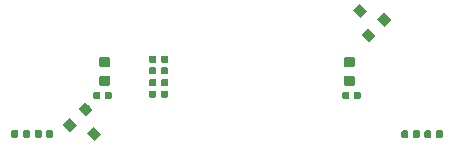
<source format=gbr>
G04 #@! TF.GenerationSoftware,KiCad,Pcbnew,(5.1.4)-1*
G04 #@! TF.CreationDate,2019-12-23T12:12:04-10:00*
G04 #@! TF.ProjectId,SkateLightLEDBoard,536b6174-654c-4696-9768-744c4544426f,rev?*
G04 #@! TF.SameCoordinates,Original*
G04 #@! TF.FileFunction,Paste,Top*
G04 #@! TF.FilePolarity,Positive*
%FSLAX46Y46*%
G04 Gerber Fmt 4.6, Leading zero omitted, Abs format (unit mm)*
G04 Created by KiCad (PCBNEW (5.1.4)-1) date 2019-12-23 12:12:04*
%MOMM*%
%LPD*%
G04 APERTURE LIST*
%ADD10C,0.800000*%
%ADD11C,0.100000*%
%ADD12C,0.590000*%
%ADD13C,0.875000*%
G04 APERTURE END LIST*
D10*
X-11230893Y-5279107D03*
D11*
G36*
X-11831934Y-5243752D02*
G01*
X-11266248Y-4678066D01*
X-10629852Y-5314462D01*
X-11195538Y-5880148D01*
X-11831934Y-5243752D01*
X-11831934Y-5243752D01*
G37*
D10*
X-13316858Y-4536645D03*
D11*
G36*
X-13917899Y-4501290D02*
G01*
X-13352213Y-3935604D01*
X-12715817Y-4572000D01*
X-13281503Y-5137686D01*
X-13917899Y-4501290D01*
X-13917899Y-4501290D01*
G37*
D10*
X-11973355Y-3193142D03*
D11*
G36*
X-12574396Y-3157787D02*
G01*
X-12008710Y-2592101D01*
X-11372314Y-3228497D01*
X-11938000Y-3794183D01*
X-12574396Y-3157787D01*
X-12574396Y-3157787D01*
G37*
D10*
X11230893Y5152107D03*
D11*
G36*
X11831934Y5116752D02*
G01*
X11266248Y4551066D01*
X10629852Y5187462D01*
X11195538Y5753148D01*
X11831934Y5116752D01*
X11831934Y5116752D01*
G37*
D10*
X13316858Y4409645D03*
D11*
G36*
X13917899Y4374290D02*
G01*
X13352213Y3808604D01*
X12715817Y4445000D01*
X13281503Y5010686D01*
X13917899Y4374290D01*
X13917899Y4374290D01*
G37*
D10*
X11973355Y3066142D03*
D11*
G36*
X12574396Y3030787D02*
G01*
X12008710Y2465101D01*
X11372314Y3101497D01*
X11938000Y3667183D01*
X12574396Y3030787D01*
X12574396Y3030787D01*
G37*
G36*
X-15829742Y-4966450D02*
G01*
X-15815424Y-4968574D01*
X-15801383Y-4972091D01*
X-15787754Y-4976968D01*
X-15774669Y-4983157D01*
X-15762253Y-4990598D01*
X-15750627Y-4999221D01*
X-15739902Y-5008942D01*
X-15730181Y-5019667D01*
X-15721558Y-5031293D01*
X-15714117Y-5043709D01*
X-15707928Y-5056794D01*
X-15703051Y-5070423D01*
X-15699534Y-5084464D01*
X-15697410Y-5098782D01*
X-15696700Y-5113240D01*
X-15696700Y-5458240D01*
X-15697410Y-5472698D01*
X-15699534Y-5487016D01*
X-15703051Y-5501057D01*
X-15707928Y-5514686D01*
X-15714117Y-5527771D01*
X-15721558Y-5540187D01*
X-15730181Y-5551813D01*
X-15739902Y-5562538D01*
X-15750627Y-5572259D01*
X-15762253Y-5580882D01*
X-15774669Y-5588323D01*
X-15787754Y-5594512D01*
X-15801383Y-5599389D01*
X-15815424Y-5602906D01*
X-15829742Y-5605030D01*
X-15844200Y-5605740D01*
X-16139200Y-5605740D01*
X-16153658Y-5605030D01*
X-16167976Y-5602906D01*
X-16182017Y-5599389D01*
X-16195646Y-5594512D01*
X-16208731Y-5588323D01*
X-16221147Y-5580882D01*
X-16232773Y-5572259D01*
X-16243498Y-5562538D01*
X-16253219Y-5551813D01*
X-16261842Y-5540187D01*
X-16269283Y-5527771D01*
X-16275472Y-5514686D01*
X-16280349Y-5501057D01*
X-16283866Y-5487016D01*
X-16285990Y-5472698D01*
X-16286700Y-5458240D01*
X-16286700Y-5113240D01*
X-16285990Y-5098782D01*
X-16283866Y-5084464D01*
X-16280349Y-5070423D01*
X-16275472Y-5056794D01*
X-16269283Y-5043709D01*
X-16261842Y-5031293D01*
X-16253219Y-5019667D01*
X-16243498Y-5008942D01*
X-16232773Y-4999221D01*
X-16221147Y-4990598D01*
X-16208731Y-4983157D01*
X-16195646Y-4976968D01*
X-16182017Y-4972091D01*
X-16167976Y-4968574D01*
X-16153658Y-4966450D01*
X-16139200Y-4965740D01*
X-15844200Y-4965740D01*
X-15829742Y-4966450D01*
X-15829742Y-4966450D01*
G37*
D12*
X-15991700Y-5285740D03*
D11*
G36*
X-14859742Y-4966450D02*
G01*
X-14845424Y-4968574D01*
X-14831383Y-4972091D01*
X-14817754Y-4976968D01*
X-14804669Y-4983157D01*
X-14792253Y-4990598D01*
X-14780627Y-4999221D01*
X-14769902Y-5008942D01*
X-14760181Y-5019667D01*
X-14751558Y-5031293D01*
X-14744117Y-5043709D01*
X-14737928Y-5056794D01*
X-14733051Y-5070423D01*
X-14729534Y-5084464D01*
X-14727410Y-5098782D01*
X-14726700Y-5113240D01*
X-14726700Y-5458240D01*
X-14727410Y-5472698D01*
X-14729534Y-5487016D01*
X-14733051Y-5501057D01*
X-14737928Y-5514686D01*
X-14744117Y-5527771D01*
X-14751558Y-5540187D01*
X-14760181Y-5551813D01*
X-14769902Y-5562538D01*
X-14780627Y-5572259D01*
X-14792253Y-5580882D01*
X-14804669Y-5588323D01*
X-14817754Y-5594512D01*
X-14831383Y-5599389D01*
X-14845424Y-5602906D01*
X-14859742Y-5605030D01*
X-14874200Y-5605740D01*
X-15169200Y-5605740D01*
X-15183658Y-5605030D01*
X-15197976Y-5602906D01*
X-15212017Y-5599389D01*
X-15225646Y-5594512D01*
X-15238731Y-5588323D01*
X-15251147Y-5580882D01*
X-15262773Y-5572259D01*
X-15273498Y-5562538D01*
X-15283219Y-5551813D01*
X-15291842Y-5540187D01*
X-15299283Y-5527771D01*
X-15305472Y-5514686D01*
X-15310349Y-5501057D01*
X-15313866Y-5487016D01*
X-15315990Y-5472698D01*
X-15316700Y-5458240D01*
X-15316700Y-5113240D01*
X-15315990Y-5098782D01*
X-15313866Y-5084464D01*
X-15310349Y-5070423D01*
X-15305472Y-5056794D01*
X-15299283Y-5043709D01*
X-15291842Y-5031293D01*
X-15283219Y-5019667D01*
X-15273498Y-5008942D01*
X-15262773Y-4999221D01*
X-15251147Y-4990598D01*
X-15238731Y-4983157D01*
X-15225646Y-4976968D01*
X-15212017Y-4972091D01*
X-15197976Y-4968574D01*
X-15183658Y-4966450D01*
X-15169200Y-4965740D01*
X-14874200Y-4965740D01*
X-14859742Y-4966450D01*
X-14859742Y-4966450D01*
G37*
D12*
X-15021700Y-5285740D03*
D11*
G36*
X-5093702Y352850D02*
G01*
X-5079384Y350726D01*
X-5065343Y347209D01*
X-5051714Y342332D01*
X-5038629Y336143D01*
X-5026213Y328702D01*
X-5014587Y320079D01*
X-5003862Y310358D01*
X-4994141Y299633D01*
X-4985518Y288007D01*
X-4978077Y275591D01*
X-4971888Y262506D01*
X-4967011Y248877D01*
X-4963494Y234836D01*
X-4961370Y220518D01*
X-4960660Y206060D01*
X-4960660Y-88940D01*
X-4961370Y-103398D01*
X-4963494Y-117716D01*
X-4967011Y-131757D01*
X-4971888Y-145386D01*
X-4978077Y-158471D01*
X-4985518Y-170887D01*
X-4994141Y-182513D01*
X-5003862Y-193238D01*
X-5014587Y-202959D01*
X-5026213Y-211582D01*
X-5038629Y-219023D01*
X-5051714Y-225212D01*
X-5065343Y-230089D01*
X-5079384Y-233606D01*
X-5093702Y-235730D01*
X-5108160Y-236440D01*
X-5453160Y-236440D01*
X-5467618Y-235730D01*
X-5481936Y-233606D01*
X-5495977Y-230089D01*
X-5509606Y-225212D01*
X-5522691Y-219023D01*
X-5535107Y-211582D01*
X-5546733Y-202959D01*
X-5557458Y-193238D01*
X-5567179Y-182513D01*
X-5575802Y-170887D01*
X-5583243Y-158471D01*
X-5589432Y-145386D01*
X-5594309Y-131757D01*
X-5597826Y-117716D01*
X-5599950Y-103398D01*
X-5600660Y-88940D01*
X-5600660Y206060D01*
X-5599950Y220518D01*
X-5597826Y234836D01*
X-5594309Y248877D01*
X-5589432Y262506D01*
X-5583243Y275591D01*
X-5575802Y288007D01*
X-5567179Y299633D01*
X-5557458Y310358D01*
X-5546733Y320079D01*
X-5535107Y328702D01*
X-5522691Y336143D01*
X-5509606Y342332D01*
X-5495977Y347209D01*
X-5481936Y350726D01*
X-5467618Y352850D01*
X-5453160Y353560D01*
X-5108160Y353560D01*
X-5093702Y352850D01*
X-5093702Y352850D01*
G37*
D12*
X-5280660Y58560D03*
D11*
G36*
X-5093702Y1322850D02*
G01*
X-5079384Y1320726D01*
X-5065343Y1317209D01*
X-5051714Y1312332D01*
X-5038629Y1306143D01*
X-5026213Y1298702D01*
X-5014587Y1290079D01*
X-5003862Y1280358D01*
X-4994141Y1269633D01*
X-4985518Y1258007D01*
X-4978077Y1245591D01*
X-4971888Y1232506D01*
X-4967011Y1218877D01*
X-4963494Y1204836D01*
X-4961370Y1190518D01*
X-4960660Y1176060D01*
X-4960660Y881060D01*
X-4961370Y866602D01*
X-4963494Y852284D01*
X-4967011Y838243D01*
X-4971888Y824614D01*
X-4978077Y811529D01*
X-4985518Y799113D01*
X-4994141Y787487D01*
X-5003862Y776762D01*
X-5014587Y767041D01*
X-5026213Y758418D01*
X-5038629Y750977D01*
X-5051714Y744788D01*
X-5065343Y739911D01*
X-5079384Y736394D01*
X-5093702Y734270D01*
X-5108160Y733560D01*
X-5453160Y733560D01*
X-5467618Y734270D01*
X-5481936Y736394D01*
X-5495977Y739911D01*
X-5509606Y744788D01*
X-5522691Y750977D01*
X-5535107Y758418D01*
X-5546733Y767041D01*
X-5557458Y776762D01*
X-5567179Y787487D01*
X-5575802Y799113D01*
X-5583243Y811529D01*
X-5589432Y824614D01*
X-5594309Y838243D01*
X-5597826Y852284D01*
X-5599950Y866602D01*
X-5600660Y881060D01*
X-5600660Y1176060D01*
X-5599950Y1190518D01*
X-5597826Y1204836D01*
X-5594309Y1218877D01*
X-5589432Y1232506D01*
X-5583243Y1245591D01*
X-5575802Y1258007D01*
X-5567179Y1269633D01*
X-5557458Y1280358D01*
X-5546733Y1290079D01*
X-5535107Y1298702D01*
X-5522691Y1306143D01*
X-5509606Y1312332D01*
X-5495977Y1317209D01*
X-5481936Y1320726D01*
X-5467618Y1322850D01*
X-5453160Y1323560D01*
X-5108160Y1323560D01*
X-5093702Y1322850D01*
X-5093702Y1322850D01*
G37*
D12*
X-5280660Y1028560D03*
D11*
G36*
X-6109702Y1322850D02*
G01*
X-6095384Y1320726D01*
X-6081343Y1317209D01*
X-6067714Y1312332D01*
X-6054629Y1306143D01*
X-6042213Y1298702D01*
X-6030587Y1290079D01*
X-6019862Y1280358D01*
X-6010141Y1269633D01*
X-6001518Y1258007D01*
X-5994077Y1245591D01*
X-5987888Y1232506D01*
X-5983011Y1218877D01*
X-5979494Y1204836D01*
X-5977370Y1190518D01*
X-5976660Y1176060D01*
X-5976660Y881060D01*
X-5977370Y866602D01*
X-5979494Y852284D01*
X-5983011Y838243D01*
X-5987888Y824614D01*
X-5994077Y811529D01*
X-6001518Y799113D01*
X-6010141Y787487D01*
X-6019862Y776762D01*
X-6030587Y767041D01*
X-6042213Y758418D01*
X-6054629Y750977D01*
X-6067714Y744788D01*
X-6081343Y739911D01*
X-6095384Y736394D01*
X-6109702Y734270D01*
X-6124160Y733560D01*
X-6469160Y733560D01*
X-6483618Y734270D01*
X-6497936Y736394D01*
X-6511977Y739911D01*
X-6525606Y744788D01*
X-6538691Y750977D01*
X-6551107Y758418D01*
X-6562733Y767041D01*
X-6573458Y776762D01*
X-6583179Y787487D01*
X-6591802Y799113D01*
X-6599243Y811529D01*
X-6605432Y824614D01*
X-6610309Y838243D01*
X-6613826Y852284D01*
X-6615950Y866602D01*
X-6616660Y881060D01*
X-6616660Y1176060D01*
X-6615950Y1190518D01*
X-6613826Y1204836D01*
X-6610309Y1218877D01*
X-6605432Y1232506D01*
X-6599243Y1245591D01*
X-6591802Y1258007D01*
X-6583179Y1269633D01*
X-6573458Y1280358D01*
X-6562733Y1290079D01*
X-6551107Y1298702D01*
X-6538691Y1306143D01*
X-6525606Y1312332D01*
X-6511977Y1317209D01*
X-6497936Y1320726D01*
X-6483618Y1322850D01*
X-6469160Y1323560D01*
X-6124160Y1323560D01*
X-6109702Y1322850D01*
X-6109702Y1322850D01*
G37*
D12*
X-6296660Y1028560D03*
D11*
G36*
X-6109702Y352850D02*
G01*
X-6095384Y350726D01*
X-6081343Y347209D01*
X-6067714Y342332D01*
X-6054629Y336143D01*
X-6042213Y328702D01*
X-6030587Y320079D01*
X-6019862Y310358D01*
X-6010141Y299633D01*
X-6001518Y288007D01*
X-5994077Y275591D01*
X-5987888Y262506D01*
X-5983011Y248877D01*
X-5979494Y234836D01*
X-5977370Y220518D01*
X-5976660Y206060D01*
X-5976660Y-88940D01*
X-5977370Y-103398D01*
X-5979494Y-117716D01*
X-5983011Y-131757D01*
X-5987888Y-145386D01*
X-5994077Y-158471D01*
X-6001518Y-170887D01*
X-6010141Y-182513D01*
X-6019862Y-193238D01*
X-6030587Y-202959D01*
X-6042213Y-211582D01*
X-6054629Y-219023D01*
X-6067714Y-225212D01*
X-6081343Y-230089D01*
X-6095384Y-233606D01*
X-6109702Y-235730D01*
X-6124160Y-236440D01*
X-6469160Y-236440D01*
X-6483618Y-235730D01*
X-6497936Y-233606D01*
X-6511977Y-230089D01*
X-6525606Y-225212D01*
X-6538691Y-219023D01*
X-6551107Y-211582D01*
X-6562733Y-202959D01*
X-6573458Y-193238D01*
X-6583179Y-182513D01*
X-6591802Y-170887D01*
X-6599243Y-158471D01*
X-6605432Y-145386D01*
X-6610309Y-131757D01*
X-6613826Y-117716D01*
X-6615950Y-103398D01*
X-6616660Y-88940D01*
X-6616660Y206060D01*
X-6615950Y220518D01*
X-6613826Y234836D01*
X-6610309Y248877D01*
X-6605432Y262506D01*
X-6599243Y275591D01*
X-6591802Y288007D01*
X-6583179Y299633D01*
X-6573458Y310358D01*
X-6562733Y320079D01*
X-6551107Y328702D01*
X-6538691Y336143D01*
X-6525606Y342332D01*
X-6511977Y347209D01*
X-6497936Y350726D01*
X-6483618Y352850D01*
X-6469160Y353560D01*
X-6124160Y353560D01*
X-6109702Y352850D01*
X-6109702Y352850D01*
G37*
D12*
X-6296660Y58560D03*
D11*
G36*
X15224438Y-4989310D02*
G01*
X15238756Y-4991434D01*
X15252797Y-4994951D01*
X15266426Y-4999828D01*
X15279511Y-5006017D01*
X15291927Y-5013458D01*
X15303553Y-5022081D01*
X15314278Y-5031802D01*
X15323999Y-5042527D01*
X15332622Y-5054153D01*
X15340063Y-5066569D01*
X15346252Y-5079654D01*
X15351129Y-5093283D01*
X15354646Y-5107324D01*
X15356770Y-5121642D01*
X15357480Y-5136100D01*
X15357480Y-5481100D01*
X15356770Y-5495558D01*
X15354646Y-5509876D01*
X15351129Y-5523917D01*
X15346252Y-5537546D01*
X15340063Y-5550631D01*
X15332622Y-5563047D01*
X15323999Y-5574673D01*
X15314278Y-5585398D01*
X15303553Y-5595119D01*
X15291927Y-5603742D01*
X15279511Y-5611183D01*
X15266426Y-5617372D01*
X15252797Y-5622249D01*
X15238756Y-5625766D01*
X15224438Y-5627890D01*
X15209980Y-5628600D01*
X14914980Y-5628600D01*
X14900522Y-5627890D01*
X14886204Y-5625766D01*
X14872163Y-5622249D01*
X14858534Y-5617372D01*
X14845449Y-5611183D01*
X14833033Y-5603742D01*
X14821407Y-5595119D01*
X14810682Y-5585398D01*
X14800961Y-5574673D01*
X14792338Y-5563047D01*
X14784897Y-5550631D01*
X14778708Y-5537546D01*
X14773831Y-5523917D01*
X14770314Y-5509876D01*
X14768190Y-5495558D01*
X14767480Y-5481100D01*
X14767480Y-5136100D01*
X14768190Y-5121642D01*
X14770314Y-5107324D01*
X14773831Y-5093283D01*
X14778708Y-5079654D01*
X14784897Y-5066569D01*
X14792338Y-5054153D01*
X14800961Y-5042527D01*
X14810682Y-5031802D01*
X14821407Y-5022081D01*
X14833033Y-5013458D01*
X14845449Y-5006017D01*
X14858534Y-4999828D01*
X14872163Y-4994951D01*
X14886204Y-4991434D01*
X14900522Y-4989310D01*
X14914980Y-4988600D01*
X15209980Y-4988600D01*
X15224438Y-4989310D01*
X15224438Y-4989310D01*
G37*
D12*
X15062480Y-5308600D03*
D11*
G36*
X16194438Y-4989310D02*
G01*
X16208756Y-4991434D01*
X16222797Y-4994951D01*
X16236426Y-4999828D01*
X16249511Y-5006017D01*
X16261927Y-5013458D01*
X16273553Y-5022081D01*
X16284278Y-5031802D01*
X16293999Y-5042527D01*
X16302622Y-5054153D01*
X16310063Y-5066569D01*
X16316252Y-5079654D01*
X16321129Y-5093283D01*
X16324646Y-5107324D01*
X16326770Y-5121642D01*
X16327480Y-5136100D01*
X16327480Y-5481100D01*
X16326770Y-5495558D01*
X16324646Y-5509876D01*
X16321129Y-5523917D01*
X16316252Y-5537546D01*
X16310063Y-5550631D01*
X16302622Y-5563047D01*
X16293999Y-5574673D01*
X16284278Y-5585398D01*
X16273553Y-5595119D01*
X16261927Y-5603742D01*
X16249511Y-5611183D01*
X16236426Y-5617372D01*
X16222797Y-5622249D01*
X16208756Y-5625766D01*
X16194438Y-5627890D01*
X16179980Y-5628600D01*
X15884980Y-5628600D01*
X15870522Y-5627890D01*
X15856204Y-5625766D01*
X15842163Y-5622249D01*
X15828534Y-5617372D01*
X15815449Y-5611183D01*
X15803033Y-5603742D01*
X15791407Y-5595119D01*
X15780682Y-5585398D01*
X15770961Y-5574673D01*
X15762338Y-5563047D01*
X15754897Y-5550631D01*
X15748708Y-5537546D01*
X15743831Y-5523917D01*
X15740314Y-5509876D01*
X15738190Y-5495558D01*
X15737480Y-5481100D01*
X15737480Y-5136100D01*
X15738190Y-5121642D01*
X15740314Y-5107324D01*
X15743831Y-5093283D01*
X15748708Y-5079654D01*
X15754897Y-5066569D01*
X15762338Y-5054153D01*
X15770961Y-5042527D01*
X15780682Y-5031802D01*
X15791407Y-5022081D01*
X15803033Y-5013458D01*
X15815449Y-5006017D01*
X15828534Y-4999828D01*
X15842163Y-4994951D01*
X15856204Y-4991434D01*
X15870522Y-4989310D01*
X15884980Y-4988600D01*
X16179980Y-4988600D01*
X16194438Y-4989310D01*
X16194438Y-4989310D01*
G37*
D12*
X16032480Y-5308600D03*
D11*
G36*
X-10072809Y-351053D02*
G01*
X-10051574Y-354203D01*
X-10030750Y-359419D01*
X-10010538Y-366651D01*
X-9991132Y-375830D01*
X-9972719Y-386866D01*
X-9955476Y-399654D01*
X-9939570Y-414070D01*
X-9925154Y-429976D01*
X-9912366Y-447219D01*
X-9901330Y-465632D01*
X-9892151Y-485038D01*
X-9884919Y-505250D01*
X-9879703Y-526074D01*
X-9876553Y-547309D01*
X-9875500Y-568750D01*
X-9875500Y-1006250D01*
X-9876553Y-1027691D01*
X-9879703Y-1048926D01*
X-9884919Y-1069750D01*
X-9892151Y-1089962D01*
X-9901330Y-1109368D01*
X-9912366Y-1127781D01*
X-9925154Y-1145024D01*
X-9939570Y-1160930D01*
X-9955476Y-1175346D01*
X-9972719Y-1188134D01*
X-9991132Y-1199170D01*
X-10010538Y-1208349D01*
X-10030750Y-1215581D01*
X-10051574Y-1220797D01*
X-10072809Y-1223947D01*
X-10094250Y-1225000D01*
X-10606750Y-1225000D01*
X-10628191Y-1223947D01*
X-10649426Y-1220797D01*
X-10670250Y-1215581D01*
X-10690462Y-1208349D01*
X-10709868Y-1199170D01*
X-10728281Y-1188134D01*
X-10745524Y-1175346D01*
X-10761430Y-1160930D01*
X-10775846Y-1145024D01*
X-10788634Y-1127781D01*
X-10799670Y-1109368D01*
X-10808849Y-1089962D01*
X-10816081Y-1069750D01*
X-10821297Y-1048926D01*
X-10824447Y-1027691D01*
X-10825500Y-1006250D01*
X-10825500Y-568750D01*
X-10824447Y-547309D01*
X-10821297Y-526074D01*
X-10816081Y-505250D01*
X-10808849Y-485038D01*
X-10799670Y-465632D01*
X-10788634Y-447219D01*
X-10775846Y-429976D01*
X-10761430Y-414070D01*
X-10745524Y-399654D01*
X-10728281Y-386866D01*
X-10709868Y-375830D01*
X-10690462Y-366651D01*
X-10670250Y-359419D01*
X-10649426Y-354203D01*
X-10628191Y-351053D01*
X-10606750Y-350000D01*
X-10094250Y-350000D01*
X-10072809Y-351053D01*
X-10072809Y-351053D01*
G37*
D13*
X-10350500Y-787500D03*
D11*
G36*
X-10072809Y1223947D02*
G01*
X-10051574Y1220797D01*
X-10030750Y1215581D01*
X-10010538Y1208349D01*
X-9991132Y1199170D01*
X-9972719Y1188134D01*
X-9955476Y1175346D01*
X-9939570Y1160930D01*
X-9925154Y1145024D01*
X-9912366Y1127781D01*
X-9901330Y1109368D01*
X-9892151Y1089962D01*
X-9884919Y1069750D01*
X-9879703Y1048926D01*
X-9876553Y1027691D01*
X-9875500Y1006250D01*
X-9875500Y568750D01*
X-9876553Y547309D01*
X-9879703Y526074D01*
X-9884919Y505250D01*
X-9892151Y485038D01*
X-9901330Y465632D01*
X-9912366Y447219D01*
X-9925154Y429976D01*
X-9939570Y414070D01*
X-9955476Y399654D01*
X-9972719Y386866D01*
X-9991132Y375830D01*
X-10010538Y366651D01*
X-10030750Y359419D01*
X-10051574Y354203D01*
X-10072809Y351053D01*
X-10094250Y350000D01*
X-10606750Y350000D01*
X-10628191Y351053D01*
X-10649426Y354203D01*
X-10670250Y359419D01*
X-10690462Y366651D01*
X-10709868Y375830D01*
X-10728281Y386866D01*
X-10745524Y399654D01*
X-10761430Y414070D01*
X-10775846Y429976D01*
X-10788634Y447219D01*
X-10799670Y465632D01*
X-10808849Y485038D01*
X-10816081Y505250D01*
X-10821297Y526074D01*
X-10824447Y547309D01*
X-10825500Y568750D01*
X-10825500Y1006250D01*
X-10824447Y1027691D01*
X-10821297Y1048926D01*
X-10816081Y1069750D01*
X-10808849Y1089962D01*
X-10799670Y1109368D01*
X-10788634Y1127781D01*
X-10775846Y1145024D01*
X-10761430Y1160930D01*
X-10745524Y1175346D01*
X-10728281Y1188134D01*
X-10709868Y1199170D01*
X-10690462Y1208349D01*
X-10670250Y1215581D01*
X-10649426Y1220797D01*
X-10628191Y1223947D01*
X-10606750Y1225000D01*
X-10094250Y1225000D01*
X-10072809Y1223947D01*
X-10072809Y1223947D01*
G37*
D13*
X-10350500Y787500D03*
D11*
G36*
X10628191Y1223947D02*
G01*
X10649426Y1220797D01*
X10670250Y1215581D01*
X10690462Y1208349D01*
X10709868Y1199170D01*
X10728281Y1188134D01*
X10745524Y1175346D01*
X10761430Y1160930D01*
X10775846Y1145024D01*
X10788634Y1127781D01*
X10799670Y1109368D01*
X10808849Y1089962D01*
X10816081Y1069750D01*
X10821297Y1048926D01*
X10824447Y1027691D01*
X10825500Y1006250D01*
X10825500Y568750D01*
X10824447Y547309D01*
X10821297Y526074D01*
X10816081Y505250D01*
X10808849Y485038D01*
X10799670Y465632D01*
X10788634Y447219D01*
X10775846Y429976D01*
X10761430Y414070D01*
X10745524Y399654D01*
X10728281Y386866D01*
X10709868Y375830D01*
X10690462Y366651D01*
X10670250Y359419D01*
X10649426Y354203D01*
X10628191Y351053D01*
X10606750Y350000D01*
X10094250Y350000D01*
X10072809Y351053D01*
X10051574Y354203D01*
X10030750Y359419D01*
X10010538Y366651D01*
X9991132Y375830D01*
X9972719Y386866D01*
X9955476Y399654D01*
X9939570Y414070D01*
X9925154Y429976D01*
X9912366Y447219D01*
X9901330Y465632D01*
X9892151Y485038D01*
X9884919Y505250D01*
X9879703Y526074D01*
X9876553Y547309D01*
X9875500Y568750D01*
X9875500Y1006250D01*
X9876553Y1027691D01*
X9879703Y1048926D01*
X9884919Y1069750D01*
X9892151Y1089962D01*
X9901330Y1109368D01*
X9912366Y1127781D01*
X9925154Y1145024D01*
X9939570Y1160930D01*
X9955476Y1175346D01*
X9972719Y1188134D01*
X9991132Y1199170D01*
X10010538Y1208349D01*
X10030750Y1215581D01*
X10051574Y1220797D01*
X10072809Y1223947D01*
X10094250Y1225000D01*
X10606750Y1225000D01*
X10628191Y1223947D01*
X10628191Y1223947D01*
G37*
D13*
X10350500Y787500D03*
D11*
G36*
X10628191Y-351053D02*
G01*
X10649426Y-354203D01*
X10670250Y-359419D01*
X10690462Y-366651D01*
X10709868Y-375830D01*
X10728281Y-386866D01*
X10745524Y-399654D01*
X10761430Y-414070D01*
X10775846Y-429976D01*
X10788634Y-447219D01*
X10799670Y-465632D01*
X10808849Y-485038D01*
X10816081Y-505250D01*
X10821297Y-526074D01*
X10824447Y-547309D01*
X10825500Y-568750D01*
X10825500Y-1006250D01*
X10824447Y-1027691D01*
X10821297Y-1048926D01*
X10816081Y-1069750D01*
X10808849Y-1089962D01*
X10799670Y-1109368D01*
X10788634Y-1127781D01*
X10775846Y-1145024D01*
X10761430Y-1160930D01*
X10745524Y-1175346D01*
X10728281Y-1188134D01*
X10709868Y-1199170D01*
X10690462Y-1208349D01*
X10670250Y-1215581D01*
X10649426Y-1220797D01*
X10628191Y-1223947D01*
X10606750Y-1225000D01*
X10094250Y-1225000D01*
X10072809Y-1223947D01*
X10051574Y-1220797D01*
X10030750Y-1215581D01*
X10010538Y-1208349D01*
X9991132Y-1199170D01*
X9972719Y-1188134D01*
X9955476Y-1175346D01*
X9939570Y-1160930D01*
X9925154Y-1145024D01*
X9912366Y-1127781D01*
X9901330Y-1109368D01*
X9892151Y-1089962D01*
X9884919Y-1069750D01*
X9879703Y-1048926D01*
X9876553Y-1027691D01*
X9875500Y-1006250D01*
X9875500Y-568750D01*
X9876553Y-547309D01*
X9879703Y-526074D01*
X9884919Y-505250D01*
X9892151Y-485038D01*
X9901330Y-465632D01*
X9912366Y-447219D01*
X9925154Y-429976D01*
X9939570Y-414070D01*
X9955476Y-399654D01*
X9972719Y-386866D01*
X9991132Y-375830D01*
X10010538Y-366651D01*
X10030750Y-359419D01*
X10051574Y-354203D01*
X10072809Y-351053D01*
X10094250Y-350000D01*
X10606750Y-350000D01*
X10628191Y-351053D01*
X10628191Y-351053D01*
G37*
D13*
X10350500Y-787500D03*
D11*
G36*
X-10864042Y-1712710D02*
G01*
X-10849724Y-1714834D01*
X-10835683Y-1718351D01*
X-10822054Y-1723228D01*
X-10808969Y-1729417D01*
X-10796553Y-1736858D01*
X-10784927Y-1745481D01*
X-10774202Y-1755202D01*
X-10764481Y-1765927D01*
X-10755858Y-1777553D01*
X-10748417Y-1789969D01*
X-10742228Y-1803054D01*
X-10737351Y-1816683D01*
X-10733834Y-1830724D01*
X-10731710Y-1845042D01*
X-10731000Y-1859500D01*
X-10731000Y-2204500D01*
X-10731710Y-2218958D01*
X-10733834Y-2233276D01*
X-10737351Y-2247317D01*
X-10742228Y-2260946D01*
X-10748417Y-2274031D01*
X-10755858Y-2286447D01*
X-10764481Y-2298073D01*
X-10774202Y-2308798D01*
X-10784927Y-2318519D01*
X-10796553Y-2327142D01*
X-10808969Y-2334583D01*
X-10822054Y-2340772D01*
X-10835683Y-2345649D01*
X-10849724Y-2349166D01*
X-10864042Y-2351290D01*
X-10878500Y-2352000D01*
X-11173500Y-2352000D01*
X-11187958Y-2351290D01*
X-11202276Y-2349166D01*
X-11216317Y-2345649D01*
X-11229946Y-2340772D01*
X-11243031Y-2334583D01*
X-11255447Y-2327142D01*
X-11267073Y-2318519D01*
X-11277798Y-2308798D01*
X-11287519Y-2298073D01*
X-11296142Y-2286447D01*
X-11303583Y-2274031D01*
X-11309772Y-2260946D01*
X-11314649Y-2247317D01*
X-11318166Y-2233276D01*
X-11320290Y-2218958D01*
X-11321000Y-2204500D01*
X-11321000Y-1859500D01*
X-11320290Y-1845042D01*
X-11318166Y-1830724D01*
X-11314649Y-1816683D01*
X-11309772Y-1803054D01*
X-11303583Y-1789969D01*
X-11296142Y-1777553D01*
X-11287519Y-1765927D01*
X-11277798Y-1755202D01*
X-11267073Y-1745481D01*
X-11255447Y-1736858D01*
X-11243031Y-1729417D01*
X-11229946Y-1723228D01*
X-11216317Y-1718351D01*
X-11202276Y-1714834D01*
X-11187958Y-1712710D01*
X-11173500Y-1712000D01*
X-10878500Y-1712000D01*
X-10864042Y-1712710D01*
X-10864042Y-1712710D01*
G37*
D12*
X-11026000Y-2032000D03*
D11*
G36*
X-9894042Y-1712710D02*
G01*
X-9879724Y-1714834D01*
X-9865683Y-1718351D01*
X-9852054Y-1723228D01*
X-9838969Y-1729417D01*
X-9826553Y-1736858D01*
X-9814927Y-1745481D01*
X-9804202Y-1755202D01*
X-9794481Y-1765927D01*
X-9785858Y-1777553D01*
X-9778417Y-1789969D01*
X-9772228Y-1803054D01*
X-9767351Y-1816683D01*
X-9763834Y-1830724D01*
X-9761710Y-1845042D01*
X-9761000Y-1859500D01*
X-9761000Y-2204500D01*
X-9761710Y-2218958D01*
X-9763834Y-2233276D01*
X-9767351Y-2247317D01*
X-9772228Y-2260946D01*
X-9778417Y-2274031D01*
X-9785858Y-2286447D01*
X-9794481Y-2298073D01*
X-9804202Y-2308798D01*
X-9814927Y-2318519D01*
X-9826553Y-2327142D01*
X-9838969Y-2334583D01*
X-9852054Y-2340772D01*
X-9865683Y-2345649D01*
X-9879724Y-2349166D01*
X-9894042Y-2351290D01*
X-9908500Y-2352000D01*
X-10203500Y-2352000D01*
X-10217958Y-2351290D01*
X-10232276Y-2349166D01*
X-10246317Y-2345649D01*
X-10259946Y-2340772D01*
X-10273031Y-2334583D01*
X-10285447Y-2327142D01*
X-10297073Y-2318519D01*
X-10307798Y-2308798D01*
X-10317519Y-2298073D01*
X-10326142Y-2286447D01*
X-10333583Y-2274031D01*
X-10339772Y-2260946D01*
X-10344649Y-2247317D01*
X-10348166Y-2233276D01*
X-10350290Y-2218958D01*
X-10351000Y-2204500D01*
X-10351000Y-1859500D01*
X-10350290Y-1845042D01*
X-10348166Y-1830724D01*
X-10344649Y-1816683D01*
X-10339772Y-1803054D01*
X-10333583Y-1789969D01*
X-10326142Y-1777553D01*
X-10317519Y-1765927D01*
X-10307798Y-1755202D01*
X-10297073Y-1745481D01*
X-10285447Y-1736858D01*
X-10273031Y-1729417D01*
X-10259946Y-1723228D01*
X-10246317Y-1718351D01*
X-10232276Y-1714834D01*
X-10217958Y-1712710D01*
X-10203500Y-1712000D01*
X-9908500Y-1712000D01*
X-9894042Y-1712710D01*
X-9894042Y-1712710D01*
G37*
D12*
X-10056000Y-2032000D03*
D11*
G36*
X10217958Y-1712710D02*
G01*
X10232276Y-1714834D01*
X10246317Y-1718351D01*
X10259946Y-1723228D01*
X10273031Y-1729417D01*
X10285447Y-1736858D01*
X10297073Y-1745481D01*
X10307798Y-1755202D01*
X10317519Y-1765927D01*
X10326142Y-1777553D01*
X10333583Y-1789969D01*
X10339772Y-1803054D01*
X10344649Y-1816683D01*
X10348166Y-1830724D01*
X10350290Y-1845042D01*
X10351000Y-1859500D01*
X10351000Y-2204500D01*
X10350290Y-2218958D01*
X10348166Y-2233276D01*
X10344649Y-2247317D01*
X10339772Y-2260946D01*
X10333583Y-2274031D01*
X10326142Y-2286447D01*
X10317519Y-2298073D01*
X10307798Y-2308798D01*
X10297073Y-2318519D01*
X10285447Y-2327142D01*
X10273031Y-2334583D01*
X10259946Y-2340772D01*
X10246317Y-2345649D01*
X10232276Y-2349166D01*
X10217958Y-2351290D01*
X10203500Y-2352000D01*
X9908500Y-2352000D01*
X9894042Y-2351290D01*
X9879724Y-2349166D01*
X9865683Y-2345649D01*
X9852054Y-2340772D01*
X9838969Y-2334583D01*
X9826553Y-2327142D01*
X9814927Y-2318519D01*
X9804202Y-2308798D01*
X9794481Y-2298073D01*
X9785858Y-2286447D01*
X9778417Y-2274031D01*
X9772228Y-2260946D01*
X9767351Y-2247317D01*
X9763834Y-2233276D01*
X9761710Y-2218958D01*
X9761000Y-2204500D01*
X9761000Y-1859500D01*
X9761710Y-1845042D01*
X9763834Y-1830724D01*
X9767351Y-1816683D01*
X9772228Y-1803054D01*
X9778417Y-1789969D01*
X9785858Y-1777553D01*
X9794481Y-1765927D01*
X9804202Y-1755202D01*
X9814927Y-1745481D01*
X9826553Y-1736858D01*
X9838969Y-1729417D01*
X9852054Y-1723228D01*
X9865683Y-1718351D01*
X9879724Y-1714834D01*
X9894042Y-1712710D01*
X9908500Y-1712000D01*
X10203500Y-1712000D01*
X10217958Y-1712710D01*
X10217958Y-1712710D01*
G37*
D12*
X10056000Y-2032000D03*
D11*
G36*
X11187958Y-1712710D02*
G01*
X11202276Y-1714834D01*
X11216317Y-1718351D01*
X11229946Y-1723228D01*
X11243031Y-1729417D01*
X11255447Y-1736858D01*
X11267073Y-1745481D01*
X11277798Y-1755202D01*
X11287519Y-1765927D01*
X11296142Y-1777553D01*
X11303583Y-1789969D01*
X11309772Y-1803054D01*
X11314649Y-1816683D01*
X11318166Y-1830724D01*
X11320290Y-1845042D01*
X11321000Y-1859500D01*
X11321000Y-2204500D01*
X11320290Y-2218958D01*
X11318166Y-2233276D01*
X11314649Y-2247317D01*
X11309772Y-2260946D01*
X11303583Y-2274031D01*
X11296142Y-2286447D01*
X11287519Y-2298073D01*
X11277798Y-2308798D01*
X11267073Y-2318519D01*
X11255447Y-2327142D01*
X11243031Y-2334583D01*
X11229946Y-2340772D01*
X11216317Y-2345649D01*
X11202276Y-2349166D01*
X11187958Y-2351290D01*
X11173500Y-2352000D01*
X10878500Y-2352000D01*
X10864042Y-2351290D01*
X10849724Y-2349166D01*
X10835683Y-2345649D01*
X10822054Y-2340772D01*
X10808969Y-2334583D01*
X10796553Y-2327142D01*
X10784927Y-2318519D01*
X10774202Y-2308798D01*
X10764481Y-2298073D01*
X10755858Y-2286447D01*
X10748417Y-2274031D01*
X10742228Y-2260946D01*
X10737351Y-2247317D01*
X10733834Y-2233276D01*
X10731710Y-2218958D01*
X10731000Y-2204500D01*
X10731000Y-1859500D01*
X10731710Y-1845042D01*
X10733834Y-1830724D01*
X10737351Y-1816683D01*
X10742228Y-1803054D01*
X10748417Y-1789969D01*
X10755858Y-1777553D01*
X10764481Y-1765927D01*
X10774202Y-1755202D01*
X10784927Y-1745481D01*
X10796553Y-1736858D01*
X10808969Y-1729417D01*
X10822054Y-1723228D01*
X10835683Y-1718351D01*
X10849724Y-1714834D01*
X10864042Y-1712710D01*
X10878500Y-1712000D01*
X11173500Y-1712000D01*
X11187958Y-1712710D01*
X11187958Y-1712710D01*
G37*
D12*
X11026000Y-2032000D03*
D11*
G36*
X-17798242Y-4966450D02*
G01*
X-17783924Y-4968574D01*
X-17769883Y-4972091D01*
X-17756254Y-4976968D01*
X-17743169Y-4983157D01*
X-17730753Y-4990598D01*
X-17719127Y-4999221D01*
X-17708402Y-5008942D01*
X-17698681Y-5019667D01*
X-17690058Y-5031293D01*
X-17682617Y-5043709D01*
X-17676428Y-5056794D01*
X-17671551Y-5070423D01*
X-17668034Y-5084464D01*
X-17665910Y-5098782D01*
X-17665200Y-5113240D01*
X-17665200Y-5458240D01*
X-17665910Y-5472698D01*
X-17668034Y-5487016D01*
X-17671551Y-5501057D01*
X-17676428Y-5514686D01*
X-17682617Y-5527771D01*
X-17690058Y-5540187D01*
X-17698681Y-5551813D01*
X-17708402Y-5562538D01*
X-17719127Y-5572259D01*
X-17730753Y-5580882D01*
X-17743169Y-5588323D01*
X-17756254Y-5594512D01*
X-17769883Y-5599389D01*
X-17783924Y-5602906D01*
X-17798242Y-5605030D01*
X-17812700Y-5605740D01*
X-18107700Y-5605740D01*
X-18122158Y-5605030D01*
X-18136476Y-5602906D01*
X-18150517Y-5599389D01*
X-18164146Y-5594512D01*
X-18177231Y-5588323D01*
X-18189647Y-5580882D01*
X-18201273Y-5572259D01*
X-18211998Y-5562538D01*
X-18221719Y-5551813D01*
X-18230342Y-5540187D01*
X-18237783Y-5527771D01*
X-18243972Y-5514686D01*
X-18248849Y-5501057D01*
X-18252366Y-5487016D01*
X-18254490Y-5472698D01*
X-18255200Y-5458240D01*
X-18255200Y-5113240D01*
X-18254490Y-5098782D01*
X-18252366Y-5084464D01*
X-18248849Y-5070423D01*
X-18243972Y-5056794D01*
X-18237783Y-5043709D01*
X-18230342Y-5031293D01*
X-18221719Y-5019667D01*
X-18211998Y-5008942D01*
X-18201273Y-4999221D01*
X-18189647Y-4990598D01*
X-18177231Y-4983157D01*
X-18164146Y-4976968D01*
X-18150517Y-4972091D01*
X-18136476Y-4968574D01*
X-18122158Y-4966450D01*
X-18107700Y-4965740D01*
X-17812700Y-4965740D01*
X-17798242Y-4966450D01*
X-17798242Y-4966450D01*
G37*
D12*
X-17960200Y-5285740D03*
D11*
G36*
X-16828242Y-4966450D02*
G01*
X-16813924Y-4968574D01*
X-16799883Y-4972091D01*
X-16786254Y-4976968D01*
X-16773169Y-4983157D01*
X-16760753Y-4990598D01*
X-16749127Y-4999221D01*
X-16738402Y-5008942D01*
X-16728681Y-5019667D01*
X-16720058Y-5031293D01*
X-16712617Y-5043709D01*
X-16706428Y-5056794D01*
X-16701551Y-5070423D01*
X-16698034Y-5084464D01*
X-16695910Y-5098782D01*
X-16695200Y-5113240D01*
X-16695200Y-5458240D01*
X-16695910Y-5472698D01*
X-16698034Y-5487016D01*
X-16701551Y-5501057D01*
X-16706428Y-5514686D01*
X-16712617Y-5527771D01*
X-16720058Y-5540187D01*
X-16728681Y-5551813D01*
X-16738402Y-5562538D01*
X-16749127Y-5572259D01*
X-16760753Y-5580882D01*
X-16773169Y-5588323D01*
X-16786254Y-5594512D01*
X-16799883Y-5599389D01*
X-16813924Y-5602906D01*
X-16828242Y-5605030D01*
X-16842700Y-5605740D01*
X-17137700Y-5605740D01*
X-17152158Y-5605030D01*
X-17166476Y-5602906D01*
X-17180517Y-5599389D01*
X-17194146Y-5594512D01*
X-17207231Y-5588323D01*
X-17219647Y-5580882D01*
X-17231273Y-5572259D01*
X-17241998Y-5562538D01*
X-17251719Y-5551813D01*
X-17260342Y-5540187D01*
X-17267783Y-5527771D01*
X-17273972Y-5514686D01*
X-17278849Y-5501057D01*
X-17282366Y-5487016D01*
X-17284490Y-5472698D01*
X-17285200Y-5458240D01*
X-17285200Y-5113240D01*
X-17284490Y-5098782D01*
X-17282366Y-5084464D01*
X-17278849Y-5070423D01*
X-17273972Y-5056794D01*
X-17267783Y-5043709D01*
X-17260342Y-5031293D01*
X-17251719Y-5019667D01*
X-17241998Y-5008942D01*
X-17231273Y-4999221D01*
X-17219647Y-4990598D01*
X-17207231Y-4983157D01*
X-17194146Y-4976968D01*
X-17180517Y-4972091D01*
X-17166476Y-4968574D01*
X-17152158Y-4966450D01*
X-17137700Y-4965740D01*
X-16842700Y-4965740D01*
X-16828242Y-4966450D01*
X-16828242Y-4966450D01*
G37*
D12*
X-16990200Y-5285740D03*
D11*
G36*
X-5093702Y-1615650D02*
G01*
X-5079384Y-1617774D01*
X-5065343Y-1621291D01*
X-5051714Y-1626168D01*
X-5038629Y-1632357D01*
X-5026213Y-1639798D01*
X-5014587Y-1648421D01*
X-5003862Y-1658142D01*
X-4994141Y-1668867D01*
X-4985518Y-1680493D01*
X-4978077Y-1692909D01*
X-4971888Y-1705994D01*
X-4967011Y-1719623D01*
X-4963494Y-1733664D01*
X-4961370Y-1747982D01*
X-4960660Y-1762440D01*
X-4960660Y-2057440D01*
X-4961370Y-2071898D01*
X-4963494Y-2086216D01*
X-4967011Y-2100257D01*
X-4971888Y-2113886D01*
X-4978077Y-2126971D01*
X-4985518Y-2139387D01*
X-4994141Y-2151013D01*
X-5003862Y-2161738D01*
X-5014587Y-2171459D01*
X-5026213Y-2180082D01*
X-5038629Y-2187523D01*
X-5051714Y-2193712D01*
X-5065343Y-2198589D01*
X-5079384Y-2202106D01*
X-5093702Y-2204230D01*
X-5108160Y-2204940D01*
X-5453160Y-2204940D01*
X-5467618Y-2204230D01*
X-5481936Y-2202106D01*
X-5495977Y-2198589D01*
X-5509606Y-2193712D01*
X-5522691Y-2187523D01*
X-5535107Y-2180082D01*
X-5546733Y-2171459D01*
X-5557458Y-2161738D01*
X-5567179Y-2151013D01*
X-5575802Y-2139387D01*
X-5583243Y-2126971D01*
X-5589432Y-2113886D01*
X-5594309Y-2100257D01*
X-5597826Y-2086216D01*
X-5599950Y-2071898D01*
X-5600660Y-2057440D01*
X-5600660Y-1762440D01*
X-5599950Y-1747982D01*
X-5597826Y-1733664D01*
X-5594309Y-1719623D01*
X-5589432Y-1705994D01*
X-5583243Y-1692909D01*
X-5575802Y-1680493D01*
X-5567179Y-1668867D01*
X-5557458Y-1658142D01*
X-5546733Y-1648421D01*
X-5535107Y-1639798D01*
X-5522691Y-1632357D01*
X-5509606Y-1626168D01*
X-5495977Y-1621291D01*
X-5481936Y-1617774D01*
X-5467618Y-1615650D01*
X-5453160Y-1614940D01*
X-5108160Y-1614940D01*
X-5093702Y-1615650D01*
X-5093702Y-1615650D01*
G37*
D12*
X-5280660Y-1909940D03*
D11*
G36*
X-5093702Y-645650D02*
G01*
X-5079384Y-647774D01*
X-5065343Y-651291D01*
X-5051714Y-656168D01*
X-5038629Y-662357D01*
X-5026213Y-669798D01*
X-5014587Y-678421D01*
X-5003862Y-688142D01*
X-4994141Y-698867D01*
X-4985518Y-710493D01*
X-4978077Y-722909D01*
X-4971888Y-735994D01*
X-4967011Y-749623D01*
X-4963494Y-763664D01*
X-4961370Y-777982D01*
X-4960660Y-792440D01*
X-4960660Y-1087440D01*
X-4961370Y-1101898D01*
X-4963494Y-1116216D01*
X-4967011Y-1130257D01*
X-4971888Y-1143886D01*
X-4978077Y-1156971D01*
X-4985518Y-1169387D01*
X-4994141Y-1181013D01*
X-5003862Y-1191738D01*
X-5014587Y-1201459D01*
X-5026213Y-1210082D01*
X-5038629Y-1217523D01*
X-5051714Y-1223712D01*
X-5065343Y-1228589D01*
X-5079384Y-1232106D01*
X-5093702Y-1234230D01*
X-5108160Y-1234940D01*
X-5453160Y-1234940D01*
X-5467618Y-1234230D01*
X-5481936Y-1232106D01*
X-5495977Y-1228589D01*
X-5509606Y-1223712D01*
X-5522691Y-1217523D01*
X-5535107Y-1210082D01*
X-5546733Y-1201459D01*
X-5557458Y-1191738D01*
X-5567179Y-1181013D01*
X-5575802Y-1169387D01*
X-5583243Y-1156971D01*
X-5589432Y-1143886D01*
X-5594309Y-1130257D01*
X-5597826Y-1116216D01*
X-5599950Y-1101898D01*
X-5600660Y-1087440D01*
X-5600660Y-792440D01*
X-5599950Y-777982D01*
X-5597826Y-763664D01*
X-5594309Y-749623D01*
X-5589432Y-735994D01*
X-5583243Y-722909D01*
X-5575802Y-710493D01*
X-5567179Y-698867D01*
X-5557458Y-688142D01*
X-5546733Y-678421D01*
X-5535107Y-669798D01*
X-5522691Y-662357D01*
X-5509606Y-656168D01*
X-5495977Y-651291D01*
X-5481936Y-647774D01*
X-5467618Y-645650D01*
X-5453160Y-644940D01*
X-5108160Y-644940D01*
X-5093702Y-645650D01*
X-5093702Y-645650D01*
G37*
D12*
X-5280660Y-939940D03*
D11*
G36*
X-6109702Y-645650D02*
G01*
X-6095384Y-647774D01*
X-6081343Y-651291D01*
X-6067714Y-656168D01*
X-6054629Y-662357D01*
X-6042213Y-669798D01*
X-6030587Y-678421D01*
X-6019862Y-688142D01*
X-6010141Y-698867D01*
X-6001518Y-710493D01*
X-5994077Y-722909D01*
X-5987888Y-735994D01*
X-5983011Y-749623D01*
X-5979494Y-763664D01*
X-5977370Y-777982D01*
X-5976660Y-792440D01*
X-5976660Y-1087440D01*
X-5977370Y-1101898D01*
X-5979494Y-1116216D01*
X-5983011Y-1130257D01*
X-5987888Y-1143886D01*
X-5994077Y-1156971D01*
X-6001518Y-1169387D01*
X-6010141Y-1181013D01*
X-6019862Y-1191738D01*
X-6030587Y-1201459D01*
X-6042213Y-1210082D01*
X-6054629Y-1217523D01*
X-6067714Y-1223712D01*
X-6081343Y-1228589D01*
X-6095384Y-1232106D01*
X-6109702Y-1234230D01*
X-6124160Y-1234940D01*
X-6469160Y-1234940D01*
X-6483618Y-1234230D01*
X-6497936Y-1232106D01*
X-6511977Y-1228589D01*
X-6525606Y-1223712D01*
X-6538691Y-1217523D01*
X-6551107Y-1210082D01*
X-6562733Y-1201459D01*
X-6573458Y-1191738D01*
X-6583179Y-1181013D01*
X-6591802Y-1169387D01*
X-6599243Y-1156971D01*
X-6605432Y-1143886D01*
X-6610309Y-1130257D01*
X-6613826Y-1116216D01*
X-6615950Y-1101898D01*
X-6616660Y-1087440D01*
X-6616660Y-792440D01*
X-6615950Y-777982D01*
X-6613826Y-763664D01*
X-6610309Y-749623D01*
X-6605432Y-735994D01*
X-6599243Y-722909D01*
X-6591802Y-710493D01*
X-6583179Y-698867D01*
X-6573458Y-688142D01*
X-6562733Y-678421D01*
X-6551107Y-669798D01*
X-6538691Y-662357D01*
X-6525606Y-656168D01*
X-6511977Y-651291D01*
X-6497936Y-647774D01*
X-6483618Y-645650D01*
X-6469160Y-644940D01*
X-6124160Y-644940D01*
X-6109702Y-645650D01*
X-6109702Y-645650D01*
G37*
D12*
X-6296660Y-939940D03*
D11*
G36*
X-6109702Y-1615650D02*
G01*
X-6095384Y-1617774D01*
X-6081343Y-1621291D01*
X-6067714Y-1626168D01*
X-6054629Y-1632357D01*
X-6042213Y-1639798D01*
X-6030587Y-1648421D01*
X-6019862Y-1658142D01*
X-6010141Y-1668867D01*
X-6001518Y-1680493D01*
X-5994077Y-1692909D01*
X-5987888Y-1705994D01*
X-5983011Y-1719623D01*
X-5979494Y-1733664D01*
X-5977370Y-1747982D01*
X-5976660Y-1762440D01*
X-5976660Y-2057440D01*
X-5977370Y-2071898D01*
X-5979494Y-2086216D01*
X-5983011Y-2100257D01*
X-5987888Y-2113886D01*
X-5994077Y-2126971D01*
X-6001518Y-2139387D01*
X-6010141Y-2151013D01*
X-6019862Y-2161738D01*
X-6030587Y-2171459D01*
X-6042213Y-2180082D01*
X-6054629Y-2187523D01*
X-6067714Y-2193712D01*
X-6081343Y-2198589D01*
X-6095384Y-2202106D01*
X-6109702Y-2204230D01*
X-6124160Y-2204940D01*
X-6469160Y-2204940D01*
X-6483618Y-2204230D01*
X-6497936Y-2202106D01*
X-6511977Y-2198589D01*
X-6525606Y-2193712D01*
X-6538691Y-2187523D01*
X-6551107Y-2180082D01*
X-6562733Y-2171459D01*
X-6573458Y-2161738D01*
X-6583179Y-2151013D01*
X-6591802Y-2139387D01*
X-6599243Y-2126971D01*
X-6605432Y-2113886D01*
X-6610309Y-2100257D01*
X-6613826Y-2086216D01*
X-6615950Y-2071898D01*
X-6616660Y-2057440D01*
X-6616660Y-1762440D01*
X-6615950Y-1747982D01*
X-6613826Y-1733664D01*
X-6610309Y-1719623D01*
X-6605432Y-1705994D01*
X-6599243Y-1692909D01*
X-6591802Y-1680493D01*
X-6583179Y-1668867D01*
X-6573458Y-1658142D01*
X-6562733Y-1648421D01*
X-6551107Y-1639798D01*
X-6538691Y-1632357D01*
X-6525606Y-1626168D01*
X-6511977Y-1621291D01*
X-6497936Y-1617774D01*
X-6483618Y-1615650D01*
X-6469160Y-1614940D01*
X-6124160Y-1614940D01*
X-6109702Y-1615650D01*
X-6109702Y-1615650D01*
G37*
D12*
X-6296660Y-1909940D03*
D11*
G36*
X17169938Y-4989310D02*
G01*
X17184256Y-4991434D01*
X17198297Y-4994951D01*
X17211926Y-4999828D01*
X17225011Y-5006017D01*
X17237427Y-5013458D01*
X17249053Y-5022081D01*
X17259778Y-5031802D01*
X17269499Y-5042527D01*
X17278122Y-5054153D01*
X17285563Y-5066569D01*
X17291752Y-5079654D01*
X17296629Y-5093283D01*
X17300146Y-5107324D01*
X17302270Y-5121642D01*
X17302980Y-5136100D01*
X17302980Y-5481100D01*
X17302270Y-5495558D01*
X17300146Y-5509876D01*
X17296629Y-5523917D01*
X17291752Y-5537546D01*
X17285563Y-5550631D01*
X17278122Y-5563047D01*
X17269499Y-5574673D01*
X17259778Y-5585398D01*
X17249053Y-5595119D01*
X17237427Y-5603742D01*
X17225011Y-5611183D01*
X17211926Y-5617372D01*
X17198297Y-5622249D01*
X17184256Y-5625766D01*
X17169938Y-5627890D01*
X17155480Y-5628600D01*
X16860480Y-5628600D01*
X16846022Y-5627890D01*
X16831704Y-5625766D01*
X16817663Y-5622249D01*
X16804034Y-5617372D01*
X16790949Y-5611183D01*
X16778533Y-5603742D01*
X16766907Y-5595119D01*
X16756182Y-5585398D01*
X16746461Y-5574673D01*
X16737838Y-5563047D01*
X16730397Y-5550631D01*
X16724208Y-5537546D01*
X16719331Y-5523917D01*
X16715814Y-5509876D01*
X16713690Y-5495558D01*
X16712980Y-5481100D01*
X16712980Y-5136100D01*
X16713690Y-5121642D01*
X16715814Y-5107324D01*
X16719331Y-5093283D01*
X16724208Y-5079654D01*
X16730397Y-5066569D01*
X16737838Y-5054153D01*
X16746461Y-5042527D01*
X16756182Y-5031802D01*
X16766907Y-5022081D01*
X16778533Y-5013458D01*
X16790949Y-5006017D01*
X16804034Y-4999828D01*
X16817663Y-4994951D01*
X16831704Y-4991434D01*
X16846022Y-4989310D01*
X16860480Y-4988600D01*
X17155480Y-4988600D01*
X17169938Y-4989310D01*
X17169938Y-4989310D01*
G37*
D12*
X17007980Y-5308600D03*
D11*
G36*
X18139938Y-4989310D02*
G01*
X18154256Y-4991434D01*
X18168297Y-4994951D01*
X18181926Y-4999828D01*
X18195011Y-5006017D01*
X18207427Y-5013458D01*
X18219053Y-5022081D01*
X18229778Y-5031802D01*
X18239499Y-5042527D01*
X18248122Y-5054153D01*
X18255563Y-5066569D01*
X18261752Y-5079654D01*
X18266629Y-5093283D01*
X18270146Y-5107324D01*
X18272270Y-5121642D01*
X18272980Y-5136100D01*
X18272980Y-5481100D01*
X18272270Y-5495558D01*
X18270146Y-5509876D01*
X18266629Y-5523917D01*
X18261752Y-5537546D01*
X18255563Y-5550631D01*
X18248122Y-5563047D01*
X18239499Y-5574673D01*
X18229778Y-5585398D01*
X18219053Y-5595119D01*
X18207427Y-5603742D01*
X18195011Y-5611183D01*
X18181926Y-5617372D01*
X18168297Y-5622249D01*
X18154256Y-5625766D01*
X18139938Y-5627890D01*
X18125480Y-5628600D01*
X17830480Y-5628600D01*
X17816022Y-5627890D01*
X17801704Y-5625766D01*
X17787663Y-5622249D01*
X17774034Y-5617372D01*
X17760949Y-5611183D01*
X17748533Y-5603742D01*
X17736907Y-5595119D01*
X17726182Y-5585398D01*
X17716461Y-5574673D01*
X17707838Y-5563047D01*
X17700397Y-5550631D01*
X17694208Y-5537546D01*
X17689331Y-5523917D01*
X17685814Y-5509876D01*
X17683690Y-5495558D01*
X17682980Y-5481100D01*
X17682980Y-5136100D01*
X17683690Y-5121642D01*
X17685814Y-5107324D01*
X17689331Y-5093283D01*
X17694208Y-5079654D01*
X17700397Y-5066569D01*
X17707838Y-5054153D01*
X17716461Y-5042527D01*
X17726182Y-5031802D01*
X17736907Y-5022081D01*
X17748533Y-5013458D01*
X17760949Y-5006017D01*
X17774034Y-4999828D01*
X17787663Y-4994951D01*
X17801704Y-4991434D01*
X17816022Y-4989310D01*
X17830480Y-4988600D01*
X18125480Y-4988600D01*
X18139938Y-4989310D01*
X18139938Y-4989310D01*
G37*
D12*
X17977980Y-5308600D03*
M02*

</source>
